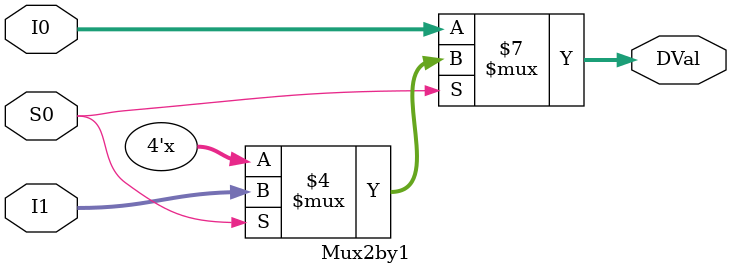
<source format=v>
`timescale 1ns / 1ps
module Mux2by1(I1, I0, S0, DVal);

	input [3:0] I1, I0;
	input S0;
	output reg [3:0] DVal;
	
	always @* begin
		if (S0 == 0)
			DVal <= I0; //display ones digit
		else if (S0 == 1)
			DVal <= I1; //display tens digit
	end

endmodule

</source>
